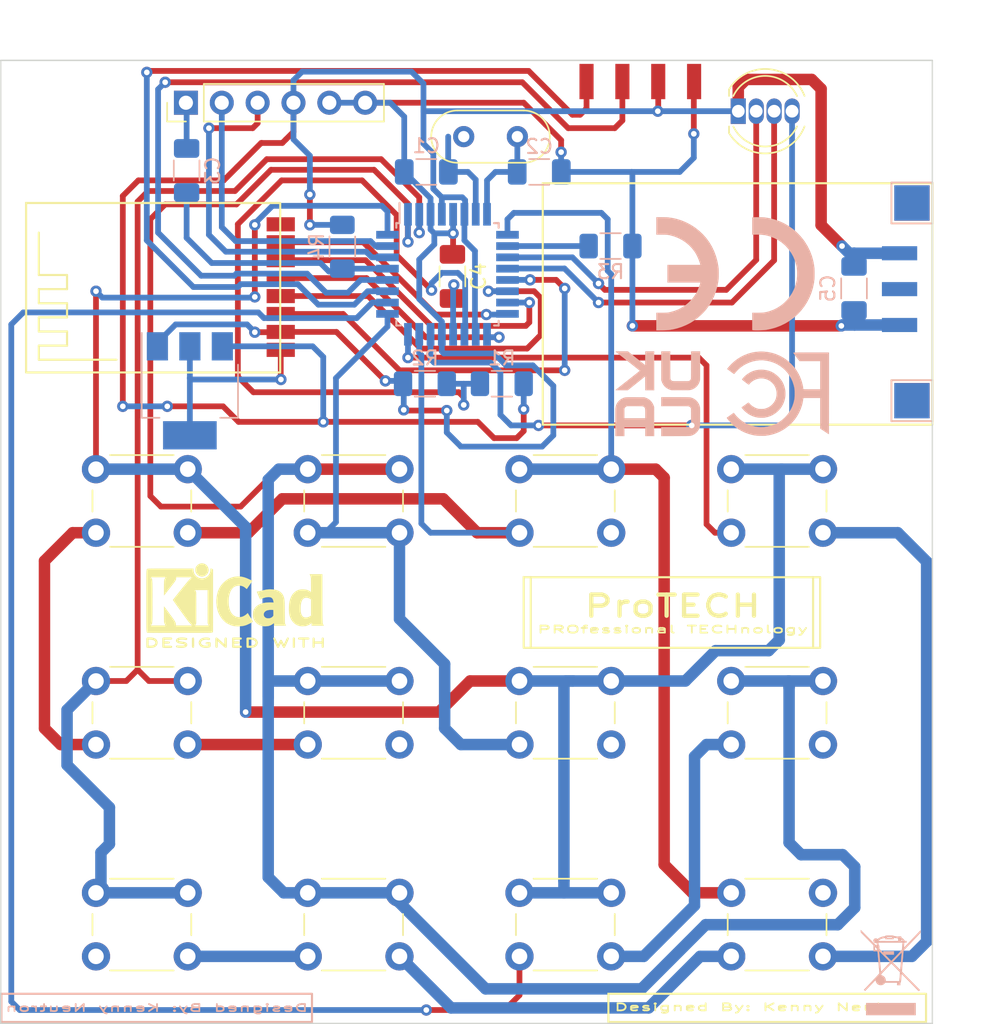
<source format=kicad_pcb>
(kicad_pcb (version 20211014) (generator pcbnew)
  (layers (0 "F.Cu" signal) (31 "B.Cu" signal) (34 "B.Paste" user) (35 "F.Paste" user) (36 "B.SilkS" user "B.Silkscreen") (37 "F.SilkS" user "F.Silkscreen") (38 "B.Mask" user) (39 "F.Mask" user) (44 "Edge.Cuts" user))
  (net 0 "")
  (net 1 "GND")
  (net 2 "SW_C1")
  (net 3 "SW_R3")
  (net 4 "NCE")
  (net 5 "CSN")
  (net 6 "SW_R4")
  (net 7 "SW_C2")
  (net 8 "SW_C3")
  (net 9 "SW_C4")
  (net 10 "VCC")
  (net 11 "+3V3")
  (net 12 "SW_R1")
  (net 13 "SW_R2")
  (net 14 "SCK")
  (net 15 "MOSI")
  (net 16 "MISO")
  (net 17 "IRQ")
  (net 19 "LED_RGB_R")
  (net 20 "LED_RGB_G")
  (net 21 "LED_RGB_B")
  (net 22 "Net-(C1-Pad1)")
  (net 23 "DTR")
  (net 24 "Net-(C3-Pad2)")
  (net 25 "Net-(C2-Pad1)")
  (net 26 "SDA")
  (net 27 "SCL")
  (net 28 "FTDI_RX")
  (net 29 "FTDI_TX")
  (net 30 "Net-(C4-Pad2)")
  (net 31 "Net-(R1-Pad2)")
  (net 32 "Net-(J4-Pad1)")
  (footprint "MountingHole:MountingHole_4.3mm_M4_ISO7380" (layer "F.Cu") (at 113.65 112.7)
    (fp_text reference "REF**" hide)
    (fp_text value "MountingHole_4.3mm_M4_ISO7380" hide)
  )
  (footprint "MountingHole:MountingHole_4.3mm_M4_ISO7380" (layer "F.Cu") (at 142.05 97.5)
    (fp_text reference "REF**" hide)
    (fp_text value "MountingHole_4.3mm_M4_ISO7380" hide)
  )
  (footprint "Crystal:Crystal_HC52-6mm_Vertical" (layer "F.Cu") (at 146.05 64.3 180)
    (fp_text reference "Y1" hide)
    (fp_text value "Crystal" hide)
  )
  (footprint "MountingHole:MountingHole_4.3mm_M4_ISO7380" (layer "F.Cu") (at 171.25 112.6)
    (fp_text reference "REF**" hide)
    (fp_text value "MountingHole_4.3mm_M4_ISO7380" hide)
  )
  (footprint "Button_Switch_THT:SW_PUSH_6mm_H4.3mm" (layer "F.Cu") (at 146.2 117.85)
    (fp_text reference "SW13" hide)
    (fp_text value "PB4(GTOut)" hide)
  )
  (footprint "Button_Switch_THT:SW_PUSH_6mm_H4.3mm" (layer "F.Cu") (at 131.2 117.85)
    (fp_text reference "SW6" hide)
    (fp_text value "PB6(GFoul)" hide)
  )
  (footprint "Capacitor_SMD:C_1206_3216Metric_Pad1.33x1.80mm_HandSolder" (layer "F.Cu") (at 141.45 74.2 -90)
    (fp_text reference "C4")
    (fp_text value "100nF" hide)
  )
  (footprint "TestPoint:TestPoint_Pad_2.5x2.5mm" (layer "F.Cu") (at 174 69)
    (fp_text reference "REF**" hide)
    (fp_text value "TestPoint_Pad_2.5x2.5mm" hide)
  )
  (footprint "Connector_Harwin:Harwin_M20-89004xx_1x04_P2.54mm_Horizontal(2)" (layer "F.Cu") (at 154.76 54.875 90)
    (fp_text reference "J2" hide)
    (fp_text value "OLED Display" hide)
  )
  (footprint "Button_Switch_THT:SW_PUSH_6mm_H4.3mm" (layer "F.Cu") (at 146.2 87.85)
    (fp_text reference "SW4" hide)
    (fp_text value "PB13(R24)" hide)
  )
  (footprint "Button_Switch_THT:SW_PUSH_6mm_H4.3mm" (layer "F.Cu") (at 131.2 87.85)
    (fp_text reference "SW10" hide)
    (fp_text value "PB7(R14)" hide)
  )
  (footprint "Button_Switch_THT:SW_PUSH_6mm_H4.3mm" (layer "F.Cu") (at 161.2 117.85)
    (fp_text reference "SW8" hide)
    (fp_text value "PB14(StartStop)" hide)
  )
  (footprint "MountingHole:MountingHole_4.3mm_M4_ISO7380" (layer "F.Cu") (at 171.05 63)
    (fp_text reference "REF**" hide)
    (fp_text value "MountingHole_4.3mm_M4_ISO7380" hide)
  )
  (footprint "Button_Switch_THT:SW_PUSH_6mm_H4.3mm" (layer "F.Cu") (at 161.2 102.85)
    (fp_text reference "SW14" hide)
    (fp_text value "PB8(Pos)" hide)
  )
  (footprint "Button_Switch_THT:SW_PUSH_6mm_H4.3mm" (layer "F.Cu") (at 116.2 87.85)
    (fp_text reference "SW1" hide)
    (fp_text value "PB1(Shift)" hide)
  )
  (footprint "Connector_PinHeader_2.54mm:PinHeader_1x06_P2.54mm_Vertical" (layer "F.Cu") (at 122.57 61.9 90)
    (fp_text reference "J3" hide)
    (fp_text value "FTDI Programmer" hide)
  )
  (footprint "Button_Switch_THT:SW_PUSH_6mm_H4.3mm" (layer "F.Cu") (at 131.2 102.85)
    (fp_text reference "SW2" hide)
    (fp_text value "PB5(HFoul)" hide)
  )
  (footprint "MountingHole:MountingHole_4.3mm_M4_ISO7380" (layer "F.Cu") (at 113.55 63.5)
    (fp_text reference "REF**" hide)
    (fp_text value "MountingHole_4.3mm_M4_ISO7380" hide)
  )
  (footprint "Symbol:KiCad-Logo2_5mm_SilkScreen" (layer "F.Cu") (at 126.05 97.5)
    (fp_text reference "REF**" hide)
    (fp_text value "KiCad-Logo2_5mm_SilkScreen" hide)
  )
  (footprint "Button_Switch_THT:SW_PUSH_6mm_H4.3mm" (layer "F.Cu") (at 116.2 117.85)
    (fp_text reference "SW7" hide)
    (fp_text value "PB10(GScore)" hide)
  )
  (footprint "LED_THT:LED_D5.0mm-4_RGB" (layer "F.Cu") (at 161.7 62.5)
    (fp_text reference "D1" hide)
    (fp_text value "LED_ARGB" hide)
  )
  (footprint "Button_Switch_THT:SW_PUSH_6mm_H4.3mm" (layer "F.Cu") (at 116.2 102.85)
    (fp_text reference "SW3" hide)
    (fp_text value "PB9(HScore)" hide)
  )
  (footprint "Button_Switch_THT:SW_PUSH_6mm_H4.3mm" (layer "F.Cu") (at 161.2 87.85)
    (fp_text reference "SW5" hide)
    (fp_text value "PB2(Buzzer)" hide)
  )
  (footprint "TestPoint:TestPoint_Pad_2.5x2.5mm" (layer "F.Cu") (at 174 83)
    (fp_text reference "REF**" hide)
    (fp_text value "TestPoint_Pad_2.5x2.5mm" hide)
  )
  (footprint "mysensors_radios:NRF24L01-SMD" (layer "F.Cu") (at 120.5875 75 90)
    (fp_text reference "U3" hide)
    (fp_text value "NRF24L01_Breakout" hide)
  )
  (footprint "Button_Switch_THT:SW_PUSH_6mm_H4.3mm" (layer "F.Cu") (at 146.2 102.85)
    (fp_text reference "SW9" hide)
    (fp_text value "PB3(HTOut)" hide)
  )
  (footprint "Symbol:WEEE-Logo_4.2x6mm_SilkScreen" (layer "B.Cu") (at 172.5 123.5 180)
    (fp_text reference "REF**" hide)
    (fp_text value "WEEE-Logo_4.2x6mm_SilkScreen" hide)
  )
  (footprint "Symbol:FCC-Logo_7.3x6mm_SilkScreen" (layer "B.Cu") (at 164.5 82.5 180)
    (fp_text reference "REF**" hide)
    (fp_text value "FCC-Logo_7.3x6mm_SilkScreen" hide)
  )
  (footprint "Package_QFP:TQFP-32_7x7mm_P0.8mm" (layer "B.Cu") (at 141.1 74.05 -90)
    (fp_text reference "U1" hide)
    (fp_text value "ATmega328P-A" hide)
  )
  (footprint "Resistor_SMD:R_1206_3216Metric_Pad1.30x1.75mm_HandSolder" (layer "B.Cu") (at 152.65 72.05)
    (fp_text reference "R3")
    (fp_text value "1K" hide)
  )
  (footprint "Resistor_SMD:R_1206_3216Metric_Pad1.30x1.75mm_HandSolder" (layer "B.Cu") (at 144.95 81.8 180)
    (fp_text reference "R1")
    (fp_text value "330R" hide)
  )
  (footprint "Package_TO_SOT_SMD:SOT-223-3_TabPin2" (layer "B.Cu") (at 122.85 82.3 -90)
    (fp_text reference "U2" hide)
    (fp_text value "AMS1117-3.3" hide)
  )
  (footprint "TestPoint:TestPoint_Pad_2.5x2.5mm" (layer "B.Cu") (at 174 83 180)
    (fp_text reference "REF**" hide)
    (fp_text value "TestPoint_Pad_2.5x2.5mm" hide)
  )
  (footprint "Capacitor_SMD:C_1206_3216Metric_Pad1.33x1.80mm_HandSolder" (layer "B.Cu") (at 122.62 66.7 90)
    (fp_text reference "C3")
    (fp_text value "100nF")
  )
  (footprint "Capacitor_SMD:C_1206_3216Metric_Pad1.33x1.80mm_HandSolder" (layer "B.Cu") (at 139.6 66.8 180)
    (fp_text reference "C1")
    (fp_text value "22pF" hide)
  )
  (footprint "Resistor_SMD:R_1206_3216Metric_Pad1.30x1.75mm_HandSolder" (layer "B.Cu") (at 139.5 81.8 180)
    (fp_text reference "R2")
    (fp_text value "100R" hide)
  )
  (footprint "Capacitor_SMD:C_1206_3216Metric_Pad1.33x1.80mm_HandSolder" (layer "B.Cu") (at 169.9 75.05 -90)
    (fp_text reference "C5")
    (fp_text value "100nF" hide)
  )
  (footprint "TestPoint:TestPoint_Pad_2.5x2.5mm" (layer "B.Cu") (at 174 69 180)
    (fp_text reference "REF**" hide)
    (fp_text value "TestPoint_Pad_2.5x2.5mm" hide)
  )
  (footprint "Capacitor_SMD:C_1206_3216Metric_Pad1.33x1.80mm_HandSolder" (layer "B.Cu") (at 147.6 66.8)
    (fp_text reference "C2")
    (fp_text value "22pF" hide)
  )
  (footprint "Symbol:UKCA-Logo_6x6mm_SilkScreen" (layer "B.Cu") (at 156 82.5 180)
    (fp_text reference "REF**" hide)
    (fp_text value "UKCA-Logo_6x6mm_SilkScreen" hide)
  )
  (footprint "Connector_Harwin:Harwin_M20-89003xx_1x03_P2.54mm_Horizontal" (layer "B.Cu") (at 178.65 75.1)
    (fp_text reference "J1" hide)
    (fp_text value "Battery+Switch" hide)
  )
  (footprint "Resistor_SMD:R_1206_3216Metric_Pad1.30x1.75mm_HandSolder" (layer "B.Cu") (at 133.65 72.1 -90)
    (fp_text reference "R4")
    (fp_text value "1K")
  )
  (footprint "Symbol:CE-Logo_11.2x8mm_SilkScreen" (layer "B.Cu") (at 161.5 74 180)
    (fp_text reference "REF**" hide)
    (fp_text value "CE-Logo_11.2x8mm_SilkScreen" hide)
  )
  (gr_rect (start 131.5 125) (end 109.5 127) (layer "B.SilkS") (width 0.15) (fill none))
  (gr_line (start 112.15 76.1) (end 112.15 75.1) (layer "F.SilkS") (width 0.15))
  (gr_line (start 112.15 80.1) (end 112.15 79.1) (layer "F.SilkS") (width 0.15))
  (gr_line (start 114.15 75.1) (end 114.15 74.1) (layer "F.SilkS") (width 0.15))
  (gr_rect (start 111.25 69) (end 129.25 81) (layer "F.SilkS") (width 0.15) (fill none))
  (gr_line (start 114.15 78.1) (end 112.15 78.1) (layer "F.SilkS") (width 0.15))
  (gr_rect (start 152.5 125) (end 175 127) (layer "F.SilkS") (width 0.15) (fill none))
  (gr_line (start 147 95.5) (end 147 100.5) (layer "F.SilkS") (width 0.15))
  (gr_line (start 114.15 79.1) (end 114.15 78.1) (layer "F.SilkS") (width 0.15))
  (gr_line (start 114.15 74.1) (end 112.15 74.1) (layer "F.SilkS") (width 0.15))
  (gr_line (start 112.15 78.1) (end 112.15 77.1) (layer "F.SilkS") (width 0.15))
  (gr_line (start 112.15 79.1) (end 114.15 79.1) (layer "F.SilkS") (width 0.15))
  (gr_rect (start 175.45 67.6) (end 147.85 84.7) (layer "F.SilkS") (width 0.15) (fill none))
  (gr_line (start 167 95.5) (end 167 100.5) (layer "F.SilkS") (width 0.15))
  (gr_line (start 112.15 77.1) (end 114.15 77.1) (layer "F.SilkS") (width 0.15))
  (gr_line (start 114.15 76.1) (end 112.15 76.1) (layer "F.SilkS") (width 0.15))
  (gr_line (start 114.15 77.1) (end 114.15 76.1) (layer "F.SilkS") (width 0.15))
  (gr_line (start 117.65 80.1) (end 112.15 80.1) (layer "F.SilkS") (width 0.15))
  (gr_line (start 112.15 75.1) (end 114.15 75.1) (layer "F.SilkS") (width 0.15))
  (gr_line (start 112.15 74.1) (end 112.15 71.1) (layer "F.SilkS") (width 0.15))
  (gr_rect (start 146.5 95.5) (end 167.5 100.5) (layer "F.SilkS") (width 0.15) (fill none))
  (gr_rect (start 175.45 127.1) (end 109.45 58.9) (layer "Edge.Cuts") (width 0.1) (fill none))
  (gr_text "Designed By: Kenny Neutron" (at 120.5 126) (layer "B.SilkS") (effects (font (size 0.5 1) (thickness 0.125)) (justify mirror)))
  (gr_text "ProTECH" (at 157.05 97.55) (layer "F.SilkS") (effects (font (size 1.5 2) (thickness 0.3))))
  (gr_text "Designed By: Kenny Neutron" (at 163.65 125.95) (layer "F.SilkS") (effects (font (size 0.5 1) (thickness 0.125))))
  (gr_text "PROfessional TECHnology" (at 157.05 99.2) (layer "F.SilkS") (effects (font (size 0.5 1) (thickness 0.125))))
  (segment (start 133.2327 78.13) (end 136.7 81.5973) (width 0.4064) (layer "F.Cu") (net 1))
  (segment (start 135.27 61.9) (end 146.5 61.9) (width 0.4064) (layer "F.Cu") (net 1))
  (segment (start 138.0473 83.6973) (end 138 83.65) (width 0.4064) (layer "F.Cu") (net 1))
  (segment (start 146.5 61.9) (end 148.05 63.45) (width 0.4064) (layer "F.Cu") (net 1))
  (segment (start 158.55 60.42) (end 158.57 60.4) (width 0.4064) (layer "F.Cu") (net 1))
  (segment (start 127.45 78.15) (end 129.2675 78.15) (width 0.4064) (layer "F.Cu") (net 1))
  (segment (start 148.05 63.45) (end 149.15 64.55) (width 0.4064) (layer "F.Cu") (net 1))
  (segment (start 169 77.7) (end 154.2 77.7) (width 0.8128) (layer "F.Cu") (net 1))
  (segment (start 158.55 64.1) (end 158.55 60.42) (width 0.4064) (layer "F.Cu") (net 1))
  (segment (start 141.4973 71.15) (end 141.4973 72.5902) (width 0.4064) (layer "F.Cu") (net 1))
  (segment (start 141.05 83.6973) (end 138.0473 83.6973) (width 0.4064) (layer "F.Cu") (net 1))
  (segment (start 141.4973 72.5902) (end 141.45 72.6375) (width 0.4064) (layer "F.Cu") (net 1))
  (segment (start 149.15 64.55) (end 149.15 65.4) (width 0.4064) (layer "F.Cu") (net 1))
  (segment (start 129.2875 78.13) (end 133.2327 78.13) (width 0.4064) (layer "F.Cu") (net 1))
  (segment (start 129.2675 78.15) (end 129.2875 78.13) (width 0.4064) (layer "F.Cu") (net 1))
  (via (at 138 83.65) (size 0.8) (drill 0.4) (layers "F.Cu" "B.Cu") (net 1))
  (via (at 149.15 65.4) (size 0.8) (drill 0.4) (layers "F.Cu" "B.Cu") (net 1))
  (via (at 158.55 64.1) (size 0.8) (drill 0.4) (layers "F.Cu" "B.Cu") (net 1))
  (via (at 141.05 83.6973) (size 0.8) (drill 0.4) (layers "F.Cu" "B.Cu") (net 1))
  (via (at 169 77.7) (size 0.8) (drill 0.4) (layers "F.Cu" "B.Cu") (net 1))
  (via (at 127.45 78.15) (size 0.8) (drill 0.4) (layers "F.Cu" "B.Cu") (net 1))
  (via (at 136.7 81.5973) (size 0.8) (drill 0.4) (layers "F.Cu" "B.Cu") (net 1))
  (via (at 141.4973 71.15) (size 0.8) (drill 0.4) (layers "F.Cu" "B.Cu") (net 1))
  (via (at 154.2 77.7) (size 0.8) (drill 0.4) (layers "F.Cu" "B.Cu") (net 1))
  (segment (start 154.2 72.05) (end 154.2 66.85) (width 0.4064) (layer "B.Cu") (net 1))
  (segment (start 139.9 69.8) (end 139.9 68.6625) (width 0.4064) (layer "B.Cu") (net 1))
  (segment (start 145.25 80.5) (end 147.148764 80.5) (width 0.4064) (layer "B.Cu") (net 1))
  (segment (start 140.7 77.4) (end 139.1 75.8) (width 0.4064) (layer "B.Cu") (net 1))
  (segment (start 147.8 86.25) (end 142.05 86.25) (width 0.4064) (layer "B.Cu") (net 1))
  (segment (start 141.5 71.1473) (end 141.4973 71.15) (width 0.4064) (layer "B.Cu") (net 1))
  (segment (start 140.8436 79.65) (end 144.4 79.65) (width 0.4064) (layer "B.Cu") (net 1))
  (segment (start 157.55 66.8) (end 158.55 65.8) (width 0.4064) (layer "B.Cu") (net 1))
  (segment (start 148.6 85.45) (end 147.8 86.25) (width 0.4064) (layer "B.Cu") (net 1))
  (segment (start 139.9 68.6625) (end 138.0375 66.8) (width 0.4064) (layer "B.Cu") (net 1))
  (segment (start 169.94 77.64) (end 169.06 77.64) (width 0.8128) (layer "B.Cu") (net 1))
  (segment (start 137.7473 81.5973) (end 137.95 81.8) (width 0.4064) (layer "B.Cu") (net 1))
  (segment (start 140.1686 71.9314) (end 140.1686 71.15) (width 0.4064) (layer "B.Cu") (net 1))
  (segment (start 173.125 77.64) (end 169.94 77.64) (width 0.8128) (layer "B.Cu") (net 1))
  (segment (start 154.2 77.7) (end 154.2 72.05) (width 0.4064) (layer "B.Cu") (net 1))
  (segment (start 154.15 66.8) (end 157.55 66.8) (width 0.4064) (layer "B.Cu") (net 1))
  (segment (start 135.27 61.9) (end 137.05 61.9) (width 0.4064) (layer "B.Cu") (net 1))
  (segment (start 138 83.65) (end 138 81.85) (width 0.4064) (layer "B.Cu") (net 1))
  (segment (start 136.7 81.5973) (end 137.7473 81.5973) (width 0.4064) (layer "B.Cu") (net 1))
  (segment (start 158.55 65.8) (end 158.55 64.1) (width 0.4064) (layer "B.Cu") (net 1))
  (segment (start 132.73 61.9) (end 135.27 61.9) (width 0.4064) (layer "B.Cu") (net 1))
  (segment (start 120.55 79.15) (end 120.55 78.8936) (width 0.4064) (layer "B.Cu") (net 1))
  (segment (start 120.55 78.8936) (end 121.8436 77.6) (width 0.4064) (layer "B.Cu") (net 1))
  (segment (start 121.8436 77.6) (end 126.9 77.6) (width 0.4064) (layer "B.Cu") (net 1))
  (segment (start 141.05 85.25) (end 141.05 83.6973) (width 0.4064) (layer "B.Cu") (net 1))
  (segment (start 140.7 79.5064) (end 140.8436 79.65) (width 0.4064) (layer "B.Cu") (net 1))
  (segment (start 149.1625 66.8) (end 154.15 66.8) (width 0.4064) (layer "B.Cu") (net 1))
  (segment (start 142.05 86.25) (end 141.05 85.25) (width 0.4064) (layer "B.Cu") (net 1))
  (segment (start 140.7 78.3) (end 140.7 77.4) (width 0.4064) (layer "B.Cu") (net 1))
  (segment (start 169.9 77.6) (end 169.94 77.64) (width 0.8128) (layer "B.Cu") (net 1))
  (segment (start 140.1686 71.15) (end 141.4973 71.15) (width 0.4064) (layer "B.Cu") (net 1))
  (segment (start 139.9 69.8) (end 139.9 70.8814) (width 0.4064) (layer "B.Cu") (net 1))
  (segment (start 147.148764 80.5) (end 148.6 81.951236) (width 0.4064) (layer "B.Cu") (net 1))
  (segment (start 169.06 77.64) (end 169 77.7) (width 0.8128) (layer "B.Cu") (net 1))
  (segment (start 154.2 66.85) (end 154.15 66.8) (width 0.4064) (layer "B.Cu") (net 1))
  (segment (start 149.15 66.7875) (end 149.1625 66.8) (width 0.4064) (layer "B.Cu") (net 1))
  (segment (start 148.6 81.951236) (end 148.6 85.45) (width 0.4064) (layer "B.Cu") (net 1))
  (segment (start 140.7 78.3) (end 140.7 79.5064) (width 0.4064) (layer "B.Cu") (net 1))
  (segment (start 138 81.85) (end 137.95 81.8) (width 0.4064) (layer "B.Cu") (net 1))
  (segment (start 169.9 76.6125) (end 169.9 77.6) (width 0.8128) (layer "B.Cu") (net 1))
  (segment (start 138.0375 62.8875) (end 138.0375 66.8) (width 0.4064) (layer "B.Cu") (net 1))
  (segment (start 137.05 61.9) (end 138.0375 62.8875) (width 0.4064) (layer "B.Cu") (net 1))
  (segment (start 139.1 75.8) (end 139.1 73) (width 0.4064) (layer "B.Cu") (net 1))
  (segment (start 139.9 70.8814) (end 140.1686 71.15) (width 0.4064) (layer "B.Cu") (net 1))
  (segment (start 139.1 73) (end 140.1686 71.9314) (width 0.4064) (layer "B.Cu") (net 1))
  (segment (start 126.9 77.6) (end 127.45 78.15) (width 0.4064) (layer "B.Cu") (net 1))
  (segment (start 144.4 79.65) (end 145.25 80.5) (width 0.4064) (layer "B.Cu") (net 1))
  (segment (start 141.5 69.8) (end 141.5 71.1473) (width 0.4064) (layer "B.Cu") (net 1))
  (segment (start 149.15 65.4) (end 149.15 66.7875) (width 0.4064) (layer "B.Cu") (net 1))
  (segment (start 113.7 107.35) (end 116.2 107.35) (width 0.8128) (layer "F.Cu") (net 2))
  (segment (start 122.7 107.35) (end 131.2 107.35) (width 0.8128) (layer "F.Cu") (net 2))
  (segment (start 140.8 89.95) (end 143.2 92.35) (width 0.8128) (layer "F.Cu") (net 2))
  (segment (start 122.7 92.35) (end 127 92.35) (width 0.8128) (layer "F.Cu") (net 2))
  (segment (start 112.55 106.2) (end 113.7 107.35) (width 0.8128) (layer "F.Cu") (net 2))
  (segment (start 127 92.35) (end 129.4 89.95) (width 0.8128) (layer "F.Cu") (net 2))
  (segment (start 143.2 92.35) (end 146.2 92.35) (width 0.8128) (layer "F.Cu") (net 2))
  (segment (start 129.4 89.95) (end 140.8 89.95) (width 0.8128) (layer "F.Cu") (net 2))
  (segment (start 112.55 94.35) (end 112.55 106.2) (width 0.8128) (layer "F.Cu") (net 2))
  (segment (start 116.2 92.35) (end 114.55 92.35) (width 0.8128) (layer "F.Cu") (net 2))
  (segment (start 114.55 92.35) (end 112.55 94.35) (width 0.8128) (layer "F.Cu") (net 2))
  (segment (start 139.1 78.3) (end 139.1 79.614103) (width 0.4064) (layer "B.Cu") (net 2))
  (segment (start 139.25 79.764103) (end 139.25 91.7) (width 0.4064) (layer "B.Cu") (net 2))
  (segment (start 139.25 91.7) (end 139.9 92.35) (width 0.4064) (layer "B.Cu") (net 2))
  (segment (start 139.1 79.614103) (end 139.25 79.764103) (width 0.4064) (layer "B.Cu") (net 2))
  (segment (start 139.9 92.35) (end 146.2 92.35) (width 0.4064) (layer "B.Cu") (net 2))
  (segment (start 126.05 68.15) (end 128.3 65.9) (width 0.4064) (layer "F.Cu") (net 3))
  (segment (start 119.15 102.05) (end 119.15 68.9) (width 0.4064) (layer "F.Cu") (net 3))
  (segment (start 119.15 102.05) (end 118.35 102.85) (width 0.4064) (layer "F.Cu") (net 3))
  (segment (start 136.4 65.9) (end 139.1 68.6) (width 0.4064) (layer "F.Cu") (net 3))
  (segment (start 119.9 68.15) (end 126.05 68.15) (width 0.4064) (layer "F.Cu") (net 3))
  (segment (start 128.3 65.9) (end 136.4 65.9) (width 0.4064) (layer "F.Cu") (net 3))
  (segment (start 119.15 68.9) (end 119.9 68.15) (width 0.4064) (layer "F.Cu") (net 3))
  (segment (start 122.7 102.85) (end 119.95 102.85) (width 0.4064) (layer "F.Cu") (net 3))
  (segment (start 118.35 102.85) (end 116.2 102.85) (width 0.4064) (layer "F.Cu") (net 3))
  (segment (start 119.95 102.85) (end 119.15 102.05) (width 0.4064) (layer "F.Cu") (net 3))
  (segment (start 139.1 68.6) (end 139.1 71.1) (width 0.4064) (layer "F.Cu") (net 3))
  (via (at 139.1 71.1) (size 0.8) (drill 0.4) (layers "F.Cu" "B.Cu") (net 3))
  (segment (start 117.15 111.8) (end 114.15 108.8) (width 0.8128) (layer "B.Cu") (net 3))
  (segment (start 114.15 108.8) (end 114.15 104.9) (width 0.8128) (layer "B.Cu") (net 3))
  (segment (start 116.55 117.5) (end 116.55 115) (width 0.8128) (layer "B.Cu") (net 3))
  (segment (start 116.2 117.85) (end 122.7 117.85) (width 0.8128) (layer "B.Cu") (net 3))
  (segment (start 114.15 104.9) (end 116.2 102.85) (width 0.8128) (layer "B.Cu") (net 3))
  (segment (start 139.1 71.1) (end 139.1 69.8) (width 0.4064) (layer "B.Cu") (net 3))
  (segment (start 116.55 115) (end 117.15 114.4) (width 0.8128) (layer "B.Cu") (net 3))
  (segment (start 116.2 117.85) (end 116.55 117.5) (width 0.8128) (layer "B.Cu") (net 3))
  (segment (start 117.15 114.4) (end 117.15 111.8) (width 0.8128) (layer "B.Cu") (net 3))
  (segment (start 148.7968 74.4441) (end 146.95 74.4441) (width 0.4064) (layer "F.Cu") (net 4))
  (segment (start 129.2875 76.86) (end 133.71 76.86) (width 0.4064) (layer "F.Cu") (net 4))
  (segment (start 149.4027 75.05) (end 148.7968 74.4441) (width 0.4064) (layer "F.Cu") (net 4))
  (segment (start 133.71 76.86) (end 137.7 80.85) (width 0.4064) (layer "F.Cu") (net 4))
  (segment (start 137.7 80.85) (end 149.4027 80.85) (width 0.4064) (layer "F.Cu") (net 4))
  (via (at 149.4027 75.05) (size 0.8) (drill 0.4) (layers "F.Cu" "B.Cu") (net 4))
  (via (at 149.4027 80.85) (size 0.8) (drill 0.4) (layers "F.Cu" "B.Cu") (net 4))
  (via (at 146.95 74.4441) (size 0.8) (drill 0.4) (layers "F.Cu" "B.Cu") (net 4))
  (segment (start 149.4027 80.85) (end 149.4027 75.05) (width 0.4064) (layer "B.Cu") (net 4))
  (segment (start 145.3559 74.4441) (end 145.35 74.45) (width 0.4064) (layer "B.Cu") (net 4))
  (segment (start 146.95 74.4441) (end 145.3559 74.4441) (width 0.4064) (layer "B.Cu") (net 4))
  (segment (start 147.55 78.5) (end 147.7032 78.3468) (width 0.4064) (layer "F.Cu") (net 5))
  (segment (start 139.20152 79.3091) (end 146.7409 79.3091) (width 0.4064) (layer "F.Cu") (net 5))
  (segment (start 146.7409 79.3091) (end 147.55 78.5) (width 0.4064) (layer "F.Cu") (net 5))
  (segment (start 147.232697 75.2468) (end 144.0032 75.2468) (width 0.4064) (layer "F.Cu") (net 5))
  (segment (start 147.7032 78.3468) (end 147.7032 75.717303) (width 0.4064) (layer "F.Cu") (net 5))
  (segment (start 144.0032 75.2468) (end 144 75.25) (width 0.4064) (layer "F.Cu") (net 5))
  (segment (start 147.7032 75.717303) (end 147.232697 75.2468) (width 0.4064) (layer "F.Cu") (net 5))
  (segment (start 135.48242 75.59) (end 139.20152 79.3091) (width 0.4064) (layer "F.Cu") (net 5))
  (segment (start 129.2875 75.59) (end 135.48242 75.59) (width 0.4064) (layer "F.Cu") (net 5))
  (via (at 144 75.25) (size 0.8) (drill 0.4) (layers "F.Cu" "B.Cu") (net 5))
  (segment (start 144 75.25) (end 145.35 75.25) (width 0.4064) (layer "B.Cu") (net 5))
  (segment (start 155.85 87.85) (end 152.7 87.85) (width 0.8128) (layer "F.Cu") (net 6))
  (segment (start 156.45 88.45) (end 155.85 87.85) (width 0.8128) (layer "F.Cu") (net 6))
  (segment (start 156.45 115.85) (end 156.45 88.45) (width 0.8128) (layer "F.Cu") (net 6))
  (segment (start 161.2 117.85) (end 158.45 117.85) (width 0.8128) (layer "F.Cu") (net 6))
  (segment (start 158.45 117.85) (end 156.45 115.85) (width 0.8128) (layer "F.Cu") (net 6))
  (segment (start 145.35 70.15) (end 145.8 69.7) (width 0.4064) (layer "B.Cu") (net 6))
  (segment (start 152.7 74.05) (end 152.7 87.85) (width 0.4064) (layer "B.Cu") (net 6))
  (segment (start 145.8 69.7) (end 152 69.7) (width 0.4064) (layer "B.Cu") (net 6))
  (segment (start 152.45 73.8) (end 152.7 74.05) (width 0.4064) (layer "B.Cu") (net 6))
  (segment (start 152.7 87.85) (end 146.2 87.85) (width 0.8128) (layer "B.Cu") (net 6))
  (segment (start 145.35 71.25) (end 145.35 70.15) (width 0.4064) (layer "B.Cu") (net 6))
  (segment (start 152.45 70.15) (end 152.45 73.8) (width 0.4064) (layer "B.Cu") (net 6))
  (segment (start 152 69.7) (end 152.45 70.15) (width 0.4064) (layer "B.Cu") (net 6))
  (segment (start 160.05 92.35) (end 161.2 92.35) (width 0.4064) (layer "F.Cu") (net 7))
  (segment (start 159.45 91.75) (end 160.05 92.35) (width 0.4064) (layer "F.Cu") (net 7))
  (segment (start 158.9 79.95) (end 159.45 80.5) (width 0.4064) (layer "F.Cu") (net 7))
  (segment (start 138.3 79.95) (end 158.9 79.95) (width 0.4064) (layer "F.Cu") (net 7))
  (segment (start 159.45 80.5) (end 159.45 91.75) (width 0.4064) (layer "F.Cu") (net 7))
  (via (at 138.3 79.95) (size 0.8) (drill 0.4) (layers "F.Cu" "B.Cu") (net 7))
  (segment (start 141.35 126) (end 155.35 126) (width 0.8128) (layer "B.Cu") (net 7))
  (segment (start 175.0436 121.3064) (end 174 122.35) (width 0.8128) (layer "B.Cu") (net 7))
  (segment (start 159 122.35) (end 161.2 122.35) (width 0.8128) (layer "B.Cu") (net 7))
  (segment (start 138.3 78.3) (end 138.3 79.95) (width 0.4064) (layer "B.Cu") (net 7))
  (segment (start 122.7 122.35) (end 131.2 122.35) (width 0.8128) (layer "B.Cu") (net 7))
  (segment (start 155.35 126) (end 159 122.35) (width 0.8128) (layer "B.Cu") (net 7))
  (segment (start 173 92.35) (end 175.0436 94.3936) (width 0.8128) (layer "B.Cu") (net 7))
  (segment (start 167.7 92.35) (end 173 92.35) (width 0.8128) (layer "B.Cu") (net 7))
  (segment (start 174 122.35) (end 167.7 122.35) (width 0.8128) (layer "B.Cu") (net 7))
  (segment (start 175.0436 94.3936) (end 175.0436 121.3064) (width 0.8128) (layer "B.Cu") (net 7))
  (segment (start 137.7 122.35) (end 141.35 126) (width 0.8128) (layer "B.Cu") (net 7))
  (segment (start 136.85 77.75) (end 133.2 81.4) (width 0.4064) (layer "B.Cu") (net 8))
  (segment (start 137.7 92.35) (end 131.2 92.35) (width 0.8128) (layer "B.Cu") (net 8))
  (segment (start 133.2 91.6) (end 132.45 92.35) (width 0.4064) (layer "B.Cu") (net 8))
  (segment (start 142.05 107.35) (end 146.2 107.35) (width 0.8128) (layer "B.Cu") (net 8))
  (segment (start 140.9 101.65) (end 140.9 106.2) (width 0.8128) (layer "B.Cu") (net 8))
  (segment (start 132.45 92.35) (end 131.2 92.35) (width 0.4064) (layer "B.Cu") (net 8))
  (segment (start 133.2 81.4) (end 133.2 91.6) (width 0.4064) (layer "B.Cu") (net 8))
  (segment (start 136.85 76.85) (end 136.85 77.75) (width 0.4064) (layer "B.Cu") (net 8))
  (segment (start 137.7 98.45) (end 140.9 101.65) (width 0.8128) (layer "B.Cu") (net 8))
  (segment (start 137.7 92.35) (end 137.7 98.45) (width 0.8128) (layer "B.Cu") (net 8))
  (segment (start 140.9 106.2) (end 142.05 107.35) (width 0.8128) (layer "B.Cu") (net 8))
  (segment (start 145.15 126.15) (end 146.2 125.1) (width 0.4064) (layer "F.Cu") (net 9))
  (segment (start 146.2 125.1) (end 146.2 122.35) (width 0.4064) (layer "F.Cu") (net 9))
  (segment (start 139.6 126.15) (end 145.15 126.15) (width 0.4064) (layer "F.Cu") (net 9))
  (via (at 139.6 126.15) (size 0.8) (drill 0.4) (layers "F.Cu" "B.Cu") (net 9))
  (segment (start 110.2 77.6) (end 110.2 125.55) (width 0.4064) (layer "B.Cu") (net 9))
  (segment (start 135.7686 76.05) (end 134.6686 77.15) (width 0.4064) (layer "B.Cu") (net 9))
  (segment (start 158.6 108.2) (end 159.45 107.35) (width 0.8128) (layer "B.Cu") (net 9))
  (segment (start 136.85 76.05) (end 135.7686 76.05) (width 0.4064) (layer "B.Cu") (net 9))
  (segment (start 134.6686 77.15) (end 128.1 77.15) (width 0.4064) (layer "B.Cu") (net 9))
  (segment (start 128.1 77.15) (end 127.7 76.75) (width 0.4064) (layer "B.Cu") (net 9))
  (segment (start 110.8 126.15) (end 139.6 126.15) (width 0.4064) (layer "B.Cu") (net 9))
  (segment (start 110.2 125.55) (end 110.8 126.15) (width 0.4064) (layer "B.Cu") (net 9))
  (segment (start 159.45 107.35) (end 161.2 107.35) (width 0.8128) (layer "B.Cu") (net 9))
  (segment (start 111.05 76.75) (end 110.2 77.6) (width 0.4064) (layer "B.Cu") (net 9))
  (segment (start 127.7 76.75) (end 111.05 76.75) (width 0.4064) (layer "B.Cu") (net 9))
  (segment (start 155 122.35) (end 158.6 118.75) (width 0.8128) (layer "B.Cu") (net 9))
  (segment (start 152.7 122.35) (end 155 122.35) (width 0.8128) (layer "B.Cu") (net 9))
  (segment (start 158.6 118.75) (end 158.6 108.2) (width 0.8128) (layer "B.Cu") (net 9))
  (segment (start 119.2 67.4) (end 118.1 68.5) (width 0.4064) (layer "F.Cu") (net 10))
  (segment (start 131.35 70.55) (end 131.35 68.7) (width 0.4064) (layer "F.Cu") (net 10))
  (segment (start 125.25 67.4) (end 119.2 67.4) (width 0.4064) (layer "F.Cu") (net 10))
  (segment (start 146.5 85.15) (end 146.5 83.6) (width 0.4064) (layer "F.Cu") (net 10))
  (segment (start 130.19 63.96) (end 129.65 64.5) (width 0.4064) (layer "F.Cu") (net 10))
  (segment (start 127.9 64.75) (end 126.2 66.45) (width 0.4064) (layer "F.Cu") (net 10))
  (segment (start 167.569541 70.569541) (end 167.569541 60.919541) (width 0.8128) (layer "F.Cu") (net 10))
  (segment (start 121.25 83.4) (end 125.2 83.4) (width 0.4064) (layer "F.Cu") (net 10))
  (segment (start 132.3 84.5) (end 143.25 84.5) (width 0.4064) (layer "F.Cu") (net 10))
  (segment (start 144.4 85.65) (end 146 85.65) (width 0.4064) (layer "F.Cu") (net 10))
  (segment (start 143.25 84.5) (end 144.4 85.65) (width 0.4064) (layer "F.Cu") (net 10))
  (segment (start 126.3 84.5) (end 132.3 84.5) (width 0.4064) (layer "F.Cu") (net 10))
  (segment (start 146 85.65) (end 146.5 85.15) (width 0.4064) (layer "F.Cu") (net 10))
  (segment (start 166.9 60.25) (end 162.25 60.25) (width 0.8128) (layer "F.Cu") (net 10))
  (segment (start 167.569541 60.919541) (end 166.9 60.25) (width 0.8128) (layer "F.Cu") (net 10))
  (segment (start 131.35 68.7) (end 131.35 68.3973) (width 0.4064) (layer "F.Cu") (net 10))
  (segment (start 161.7 60.8) (end 161.7 62.5) (width 0.8128) (layer "F.Cu") (net 10))
  (segment (start 126.2 66.45) (end 125.25 67.4) (width 0.4064) (layer "F.Cu") (net 10))
  (segment (start 156.03 60.4) (end 156.03 62.47) (width 0.4064) (layer "F.Cu") (net 10))
  (segment (start 130.19 61.9) (end 130.19 63.96) (width 0.4064) (layer "F.Cu") (net 10))
  (segment (start 156.03 62.47) (end 156 62.5) (width 0.4064) (layer "F.Cu") (net 10))
  (segment (start 127.95 64.75) (end 127.9 64.75) (width 0.4064) (layer "F.Cu") (net 10))
  (segment (start 129.4 64.75) (end 127.95 64.75) (width 0.4064) (layer "F.Cu") (net 10))
  (segment (start 125.2 83.4) (end 126.3 84.5) (width 0.4064) (layer "F.Cu") (net 10))
  (segment (start 169.05 72.05) (end 167.569541 70.569541) (width 0.8128) (layer "F.Cu") (net 10))
  (segment (start 162.25 60.25) (end 161.7 60.8) (width 0.8128) (layer "F.Cu") (net 10))
  (segment (start 118.1 68.5) (end 118.1 83.4) (width 0.4064) (layer "F.Cu") (net 10))
  (segment (start 129.65 64.5) (end 129.4 64.75) (width 0.4064) (layer "F.Cu") (net 10))
  (via (at 132.3 84.5) (size 0.8) (drill 0.4) (layers "F.Cu" "B.Cu") (net 10))
  (via (at 131.35 68.3973) (size 0.8) (drill 0.4) (layers "F.Cu" "B.Cu") (net 10))
  (via (at 121.25 83.4) (size 0.8) (drill 0.4) (layers "F.Cu" "B.Cu") (net 10))
  (via (at 146.5 83.6) (size 0.8) (drill 0.4) (layers "F.Cu" "B.Cu") (net 10))
  (via (at 156 62.5) (size 0.8) (drill 0.4) (layers "F.Cu" "B.Cu") (net 10))
  (via (at 131.35 70.55) (size 0.8) (drill 0.4) (layers "F.Cu" "B.Cu") (net 10))
  (via (at 118.1 83.4) (size 0.8) (drill 0.4) (layers "F.Cu" "B.Cu") (net 10))
  (via (at 169.05 72.05) (size 0.8) (drill 0.4) (layers "F.Cu" "B.Cu") (net 10))
  (segment (start 140.0968 67.9968) (end 140.7 68.6) (width 0.4064) (layer "B.Cu") (net 10))
  (segment (start 125.15 79.15) (end 131.55 79.15) (width 0.4064) (layer "B.Cu") (net 10))
  (segment (start 143.0468 72.3968) (end 142.3 71.65) (width 0.4064) (layer "B.Cu") (net 10))
  (segment (start 131.55 79.15) (end 132.15 79.75) (width 0.4064) (layer "B.Cu") (net 10))
  (segment (start 118.1 83.4) (end 121.25 83.4) (width 0.4064) (layer "B.Cu") (net 10))
  (segment (start 131.35 65.65) (end 130.19 64.49) (width 0.4064) (layer "B.Cu") (net 10))
  (segment (start 130.19 64.49) (end 130.19 61.9) (width 0.4064) (layer "B.Cu") (net 10))
  (segment (start 161.7 62.5) (end 139.4 62.5) (width 0.4064) (layer "B.Cu") (net 10))
  (segment (start 142.3 71.65) (end 142.3 69.8) (width 0.4064) (layer "B.Cu") (net 10))
  (segment (start 140.7 68.6) (end 140.7 69.8) (width 0.4064) (layer "B.Cu") (net 10))
  (segment (start 142.35 69.75) (end 142.3 69.8) (width 0.4064) (layer "B.Cu") (net 10))
  (segment (start 169.56 72.56) (end 169.05 72.05) (width 0.8128) (layer "B.Cu") (net 10))
  (segment (start 130.19 61.9) (end 130.19 60.31) (width 0.4064) (layer "B.Cu") (net 10))
  (segment (start 142.35 68.8) (end 142.35 69.75) (width 0.4064) (layer "B.Cu") (net 10))
  (segment (start 169.9 73.4875) (end 169.9 72.57) (width 0.8128) (layer "B.Cu") (net 10))
  (segment (start 132.3 79.9) (end 132.3 84.5) (width 0.4064) (layer "B.Cu") (net 10))
  (segment (start 143.0468 78.2468) (end 143.0468 72.3968) (width 0.4064) (layer "B.Cu") (net 10))
  (segment (start 140.7 68.6) (end 140.7032 68.5968) (width 0.4064) (layer "B.Cu") (net 10))
  (segment (start 169.9 72.57) (end 169.91 72.56) (width 0.8128) (layer "B.Cu") (net 10))
  (segment (start 132.15 79.75) (end 132.3 79.9) (width 0.4064) (layer "B.Cu") (net 10))
  (segment (start 140.7032 68.5968) (end 142.1468 68.5968) (width 0.4064) (layer "B.Cu") (net 10))
  (segment (start 138.55 59.7) (end 139.4 60.55) (width 0.4064) (layer "B.Cu") (net 10))
  (segment (start 139.4 64.8) (end 140.0968 65.4968) (width 0.4064) (layer "B.Cu") (net 10))
  (segment (start 139.4 60.55) (end 139.4 62.5) (width 0.4064) (layer "B.Cu") (net 10))
  (segment (start 130.19 60.31) (end 130.8 59.7) (width 0.4064) (layer "B.Cu") (net 10))
  (segment (start 143.1 78.3) (end 143.0468 78.2468) (width 0.4064) (layer "B.Cu") (net 10))
  (segment (start 146.5 83.6) (end 146.5 81.8) (width 0.4064) (layer "B.Cu") (net 10))
  (segment (start 140.0968 65.4968) (end 140.0968 67.9968) (width 0.4064) (layer "B.Cu") (net 10))
  (segment (start 133.65 70.55) (end 131.35 70.55) (width 0.4064) (layer "B.Cu") (net 10))
  (segment (start 173.125 72.56) (end 169.91 72.56) (width 0.8128) (layer "B.Cu") (net 10))
  (segment (start 142.1468 68.5968) (end 142.35 68.8) (width 0.4064) (layer "B.Cu") (net 10))
  (segment (start 139.4 62.5) (end 139.4 64.8) (width 0.4064) (layer "B.Cu") (net 10))
  (segment (start 169.91 72.56) (end 169.56 72.56) (width 0.8128) (layer "B.Cu") (net 10))
  (segment (start 130.8 59.7) (end 138.55 59.7) (width 0.4064) (layer "B.Cu") (net 10))
  (segment (start 131.35 68.3973) (end 131.35 65.65) (width 0.4064) (layer "B.Cu") (net 10))
  (segment (start 129.2875 81.4875) (end 129.3 81.5) (width 0.4064) (layer "F.Cu") (net 11))
  (segment (start 129.2875 79.4) (end 129.2875 81.4875) (width 0.4064) (layer "F.Cu") (net 11))
  (via (at 129.3 81.5) (size 0.8) (drill 0.4) (layers "F.Cu" "B.Cu") (net 11))
  (segment (start 122.85 81.4) (end 122.85 79.15) (width 0.4064) (layer "B.Cu") (net 11))
  (segment (start 122.85 81.4) (end 122.85 85.45) (width 0.4064) (layer "B.Cu") (net 11))
  (segment (start 122.95 81.5) (end 122.85 81.4) (width 0.4064) (layer "B.Cu") (net 11))
  (segment (start 129.3 81.5) (end 122.95 81.5) (width 0.4064) (layer "B.Cu") (net 11))
  (segment (start 126.8 105.05) (end 140.5 105.05) (width 0.8128) (layer "F.Cu") (net 12))
  (segment (start 116.2 75.2473) (end 116.2 87.85) (width 0.4064) (layer "F.Cu") (net 12))
  (segment (start 142.7 102.85) (end 146.2 102.85) (width 0.8128) (layer "F.Cu") (net 12))
  (segment (start 140.5 105.05) (end 142.7 102.85) (width 0.8128) (layer "F.Cu") (net 12))
  (segment (start 127.45 70.55) (end 127.45 75.65) (width 0.4064) (layer "F.Cu") (net 12))
  (via (at 127.45 70.55) (size 0.8) (drill 0.4) (layers "F.Cu" "B.Cu") (net 12))
  (via (at 126.8 105.05) (size 0.8) (drill 0.4) (layers "F.Cu" "B.Cu") (net 12))
  (via (at 116.2 75.2473) (size 0.8) (drill 0.4) (layers "F.Cu" "B.Cu") (net 12))
  (via (at 127.45 75.65) (size 0.8) (drill 0.4) (layers "F.Cu" "B.Cu") (net 12))
  (segment (start 152.7 102.85) (end 150 102.85) (width 0.8128) (layer "B.Cu") (net 12))
  (segment (start 152.7 102.85) (end 157.95 102.85) (width 0.8128) (layer "B.Cu") (net 12))
  (segment (start 164.75 87.85) (end 167.7 87.85) (width 0.8128) (layer "B.Cu") (net 12))
  (segment (start 136.85 71.25) (end 136.85 69.6) (width 0.4064) (layer "B.Cu") (net 12))
  (segment (start 161.2 87.85) (end 164.75 87.85) (width 0.8128) (layer "B.Cu") (net 12))
  (segment (start 136.45 69.2) (end 128.7 69.2) (width 0.4064) (layer "B.Cu") (net 12))
  (segment (start 160.1 100.7) (end 163.85 100.7) (width 0.8128) (layer "B.Cu") (net 12))
  (segment (start 149.35 117.8) (end 149.4 117.85) (width 0.8128) (layer "B.Cu") (net 12))
  (segment (start 157.95 102.85) (end 160.1 100.7) (width 0.8128) (layer "B.Cu") (net 12))
  (segment (start 149.35 117.8) (end 149.3 117.85) (width 0.8128) (layer "B.Cu") (net 12))
  (segment (start 122.7 87.85) (end 126.8 91.95) (width 0.8128) (layer "B.Cu") (net 12))
  (segment (start 146.2 102.85) (end 150 102.85) (width 0.8128) (layer "B.Cu") (net 12))
  (segment (start 127.45 70.45) (end 127.45 70.55) (width 0.4064) (layer "B.Cu") (net 12))
  (segment (start 163.85 100.7) (end 164.6 99.95) (width 0.8128) (layer "B.Cu") (net 12))
  (segment (start 149.3 117.85) (end 146.2 117.85) (width 0.8128) (layer "B.Cu") (net 12))
  (segment (start 149.4 117.85) (end 152.7 117.85) (width 0.8128) (layer "B.Cu") (net 12))
  (segment (start 149.5 102.85) (end 149.35 103) (width 0.8128) (layer "B.Cu") (net 12))
  (segment (start 149.35 103) (end 149.35 117) (width 0.8128) (layer "B.Cu") (net 12))
  (segment (start 164.6 88) (end 164.75 87.85) (width 0.8128) (layer "B.Cu") (net 12))
  (segment (start 116.6527 75.7) (end 116.2 75.2473) (width 0.4064) (layer "B.Cu") (net 12))
  (segment (start 122.7 87.85) (end 116.2 87.85) (width 0.8128) (layer "B.Cu") (net 12))
  (segment (start 164.6 99.95) (end 164.6 88) (width 0.8128) (layer "B.Cu") (net 12))
  (segment (start 127.4 75.7) (end 116.6527 75.7) (width 0.4064) (layer "B.Cu") (net 12))
  (segment (start 149.35 117) (end 149.35 117.8) (width 0.8128) (layer "B.Cu") (net 12))
  (segment (start 127.45 75.65) (end 127.4 75.7) (width 0.4064) (layer "B.Cu") (net 12))
  (segment (start 128.7 69.2) (end 127.45 70.45) (width 0.4064) (layer "B.Cu") (net 12))
  (segment (start 126.8 91.95) (end 126.8 105.05) (width 0.8128) (layer "B.Cu") (net 12))
  (segment (start 136.85 69.6) (end 136.45 69.2) (width 0.4064) (layer "B.Cu") (net 12))
  (segment (start 150 102.85) (end 149.5 102.85) (width 0.8128) (layer "B.Cu") (net 12))
  (segment (start 120.8 90.5) (end 126.45 90.5) (width 0.4064) (layer "F.Cu") (net 13))
  (segment (start 138.2968 71.7468) (end 138.2968 69.0468) (width 0.4064) (layer "F.Cu") (net 13))
  (segment (start 120.05 70.15) (end 120.05 89.75) (width 0.4064) (layer "F.Cu") (net 13))
  (segment (start 137.7 87.85) (end 131.2 87.85) (width 0.8128) (layer "F.Cu") (net 13))
  (segment (start 135.9 66.65) (end 128.6 66.65) (width 0.4064) (layer "F.Cu") (net 13))
  (segment (start 120.05 89.75) (end 120.8 90.5) (width 0.4064) (layer "F.Cu") (net 13))
  (segment (start 126.15 69.1) (end 121.1 69.1) (width 0.4064) (layer "F.Cu") (net 13))
  (segment (start 128.6 66.65) (end 126.15 69.1) (width 0.4064) (layer "F.Cu") (net 13))
  (segment (start 138.2968 69.0468) (end 135.9 66.65) (width 0.4064) (layer "F.Cu") (net 13))
  (segment (start 138.3 71.75) (end 138.2968 71.7468) (width 0.4064) (layer "F.Cu") (net 13))
  (segment (start 126.45 90.5) (end 129.1 87.85) (width 0.4064) (layer "F.Cu") (net 13))
  (segment (start 121.1 69.1) (end 120.05 70.15) (width 0.4064) (layer "F.Cu") (net 13))
  (segment (start 129.1 87.85) (end 131.2 87.85) (width 0.4064) (layer "F.Cu") (net 13))
  (via (at 138.3 71.75) (size 0.8) (drill 0.4) (layers "F.Cu" "B.Cu") (net 13))
  (segment (start 137.7 117.85) (end 137.7 118.55) (width 0.8128) (layer "B.Cu") (net 13))
  (segment (start 137.7 118.55) (end 143.8 124.65) (width 0.8128) (layer "B.Cu") (net 13))
  (segment (start 131.2 87.85) (end 129.15 87.85) (width 0.8128) (layer "B.Cu") (net 13))
  (segment (start 166.15 115.15) (end 165.3 114.3) (width 0.8128) (layer "B.Cu") (net 13))
  (segment (start 165.25 102.85) (end 161.2 102.85) (width 0.8128) (layer "B.Cu") (net 13))
  (segment (start 138.3 69.8) (end 138.2968 69.8032) (width 0.4064) (layer "B.Cu") (net 13))
  (segment (start 154.85 124.65) (end 159.392384 120.107616) (width 0.8128) (layer "B.Cu") (net 13))
  (segment (start 165.3 102.85) (end 167.7 102.85) (width 0.8128) (layer "B.Cu") (net 13))
  (segment (start 131.2 102.85) (end 137.7 102.85) (width 0.8128) (layer "B.Cu") (net 13))
  (segment (start 169.093599 115.15) (end 166.15 115.15) (width 0.8128) (layer "B.Cu") (net 13))
  (segment (start 138.2968 71.7468) (end 138.3 71.75) (width 0.4064) (layer "B.Cu") (net 13))
  (segment (start 131.2 117.85) (end 129.5 117.85) (width 0.8128) (layer "B.Cu") (net 13))
  (segment (start 168.742384 120.107616) (end 169.95 118.9) (width 0.8128) (layer "B.Cu") (net 13))
  (segment (start 128.4 104) (end 128.4 102.85) (width 0.8128) (layer "B.Cu") (net 13))
  (segment (start 165.3 103.3) (end 165.3 102.85) (width 0.8128) (layer "B.Cu") (net 13))
  (segment (start 128.4 116.75) (end 128.4 104) (width 0.8128) (layer "B.Cu") (net 13))
  (segment (start 129.15 87.85) (end 128.4 88.6) (width 0.8128) (layer "B.Cu") (net 13))
  (segment (start 138.2968 69.8032) (end 138.2968 71.7468) (width 0.4064) (layer "B.Cu") (net 13))
  (segment (start 128.4 88.6) (end 128.4 104) (width 0.8128) (layer "B.Cu") (net 13))
  (segment (start 165.3 102.9) (end 165.25 102.85) (width 0.8128) (layer "B.Cu") (net 13))
  (segment (start 159.392384 120.107616) (end 168.742384 120.107616) (width 0.8128) (layer "B.Cu") (net 13))
  (segment (start 128.4 102.85) (end 131.2 102.85) (width 0.8128) (layer "B.Cu") (net 13))
  (segment (start 129.5 117.85) (end 128.4 116.75) (width 0.8128) (layer "B.Cu") (net 13))
  (segment (start 143.8 124.65) (end 154.85 124.65) (width 0.8128) (layer "B.Cu") (net 13))
  (segment (start 169.95 118.9) (end 169.95 116.006401) (width 0.8128) (layer "B.Cu") (net 13))
  (segment (start 169.95 116.006401) (end 169.093599 115.15) (width 0.8128) (layer "B.Cu") (net 13))
  (segment (start 165.3 103.3) (end 165.3 102.9) (width 0.8128) (layer "B.Cu") (net 13))
  (segment (start 131.2 117.85) (end 137.7 117.85) (width 0.8128) (layer "B.Cu") (net 13))
  (segment (start 165.3 114.3) (end 165.3 103.3) (width 0.8128) (layer "B.Cu") (net 13))
  (segment (start 135.37 74.32) (end 139.5559 78.5059) (width 0.4064) (layer "F.Cu") (net 14))
  (segment (start 139.5559 78.5059) (end 144.75 78.5059) (width 0.4064) (layer "F.Cu") (net 14))
  (segment (start 129.2875 74.32) (end 135.37 74.32) (width 0.4064) (layer "F.Cu") (net 14))
  (via (at 144.75 78.5059) (size 0.8) (drill 0.4) (layers "F.Cu" "B.Cu") (net 14))
  (segment (start 144.1059 78.5059) (end 143.9 78.3) (width 0.4064) (layer "B.Cu") (net 14))
  (segment (start 144.75 78.5059) (end 144.1059 78.5059) (width 0.4064) (layer "B.Cu") (net 14))
  (segment (start 129.2875 73.05) (end 135.3 73.05) (width 0.4064) (layer "F.Cu") (net 15))
  (segment (start 146.6468 77.7032) (end 146.9 77.45) (width 0.4064) (layer "F.Cu") (net 15))
  (segment (start 139.9532 77.7032) (end 146.6468 77.7032) (width 0.4064) (layer "F.Cu") (net 15))
  (segment (start 146.9 77.45) (end 146.9 76.05) (width 0.4064) (layer "F.Cu") (net 15))
  (segment (start 135.3 73.05) (end 139.8 77.55) (width 0.4064) (layer "F.Cu") (net 15))
  (segment (start 139.8 77.55) (end 139.9532 77.7032) (width 0.4064) (layer "F.Cu") (net 15))
  (via (at 146.9 76.05) (size 0.8) (drill 0.4) (layers "F.Cu" "B.Cu") (net 15))
  (segment (start 146.9 76.05) (end 145.35 76.05) (width 0.4064) (layer "B.Cu") (net 15))
  (segment (start 129.2875 71.78) (end 135.13 71.78) (width 0.4064) (layer "F.Cu") (net 16))
  (segment (start 140.25 76.9) (end 143.85 76.9) (width 0.4064) (layer "F.Cu") (net 16))
  (segment (start 135.13 71.78) (end 140.25 76.9) (width 0.4064) (layer "F.Cu") (net 16))
  (via (at 143.85 76.9) (size 0.8) (drill 0.4) (layers "F.Cu" "B.Cu") (net 16))
  (segment (start 145.3 76.9) (end 145.35 76.85) (width 0.4064) (layer "B.Cu") (net 16))
  (segment (start 143.85 76.9) (end 145.3 76.9) (width 0.4064) (layer "B.Cu") (net 16))
  (segment (start 151.8 74.7) (end 152.25 75.15) (width 0.4064) (layer "F.Cu") (net 19))
  (segment (start 160.85 75.15) (end 162.97 73.03) (width 0.4064) (layer "F.Cu") (net 19))
  (segment (start 162.97 73.03) (end 162.97 62.5) (width 0.4064) (layer "F.Cu") (net 19))
  (segment (start 152.25 75.15) (end 160.85 75.15) (width 0.4064) (layer "F.Cu") (net 19))
  (via (at 151.8 74.7) (size 0.8) (drill 0.4) (layers "F.Cu" "B.Cu") (net 19))
  (segment (start 145.35 72.85) (end 149.95 72.85) (width 0.4064) (layer "B.Cu") (net 19))
  (segment (start 149.95 72.85) (end 151.8 74.7) (width 0.4064) (layer "B.Cu") (net 19))
  (segment (start 151.8 76.05) (end 161.25 76.05) (width 0.4064) (layer "F.Cu") (net 20))
  (segment (start 161.25 76.05) (end 164.24 73.06) (width 0.4064) (layer "F.Cu") (net 20))
  (segment (start 164.24 73.06) (end 164.24 62.5) (width 0.4064) (layer "F.Cu") (net 20))
  (via (at 151.8 76.05) (size 0.8) (drill 0.4) (layers "F.Cu" "B.Cu") (net 20))
  (segment (start 145.35 73.65) (end 145.3591 73.6409) (width 0.4064) (layer "B.Cu") (net 20))
  (segment (start 149.3909 73.6409) (end 151.8 76.05) (width 0.4064) (layer "B.Cu") (net 20))
  (segment (start 145.3591 73.6409) (end 149.3909 73.6409) (width 0.4064) (layer "B.Cu") (net 20))
  (segment (start 147.55 84.75) (end 158.4 84.75) (width 0.4064) (layer "F.Cu") (net 21))
  (via (at 158.4 84.75) (size 0.8) (drill 0.4) (layers "F.Cu" "B.Cu") (net 21))
  (via (at 147.55 84.75) (size 0.8) (drill 0.4) (layers "F.Cu" "B.Cu") (net 21))
  (segment (start 158.4 84.75) (end 164.75 84.75) (width 0.4064) (layer "B.Cu") (net 21))
  (segment (start 145.6 84.75) (end 147.55 84.75) (width 0.4064) (layer "B.Cu") (net 21))
  (segment (start 140.15 80.3) (end 144.15 80.3) (width 0.4064) (layer "B.Cu") (net 21))
  (segment (start 139.9 80.05) (end 140.15 80.3) (width 0.4064) (layer "B.Cu") (net 21))
  (segment (start 144.85 84) (end 145.5 84.65) (width 0.4064) (layer "B.Cu") (net 21))
  (segment (start 144.15 80.3) (end 144.85 81) (width 0.4064) (layer "B.Cu") (net 21))
  (segment (start 165.51 83.99) (end 165.51 62.5) (width 0.4064) (layer "B.Cu") (net 21))
  (segment (start 164.75 84.75) (end 165.51 83.99) (width 0.4064) (layer "B.Cu") (net 21))
  (segment (start 145.5 84.65) (end 145.6 84.75) (width 0.4064) (layer "B.Cu") (net 21))
  (segment (start 144.85 81) (end 144.85 84) (width 0.4064) (layer "B.Cu") (net 21))
  (segment (start 139.9 78.3) (end 139.9 80.05) (width 0.4064) (layer "B.Cu") (net 21))
  (segment (start 142.55 66.8) (end 143.1 67.35) (width 0.4064) (layer "B.Cu") (net 22))
  (segment (start 141.15 64.3) (end 141.15 66.7875) (width 0.4064) (layer "B.Cu") (net 22))
  (segment (start 143.1 67.35) (end 143.1 69.8) (width 0.4064) (layer "B.Cu") (net 22))
  (segment (start 141.1625 66.8) (end 142.55 66.8) (width 0.4064) (layer "B.Cu") (net 22))
  (segment (start 141.15 66.7875) (end 141.1625 66.8) (width 0.4064) (layer "B.Cu") (net 22))
  (segment (start 132.7 73.85) (end 133.45 73.85) (width 0.4064) (layer "B.Cu") (net 23))
  (segment (start 132.1 73.25) (end 132.7 73.85) (width 0.4064) (layer "B.Cu") (net 23))
  (segment (start 122.62 71.47) (end 124.4 73.25) (width 0.4064) (layer "B.Cu") (net 23))
  (segment (start 133.45 73.85) (end 133.65 73.65) (width 0.4064) (layer "B.Cu") (net 23))
  (segment (start 136.85 73.65) (end 133.65 73.65) (width 0.4064) (layer "B.Cu") (net 23))
  (segment (start 124.4 73.25) (end 132.1 73.25) (width 0.4064) (layer "B.Cu") (net 23))
  (segment (start 122.62 68.2625) (end 122.62 71.47) (width 0.4064) (layer "B.Cu") (net 23))
  (segment (start 122.62 65.1375) (end 122.62 61.95) (width 0.4064) (layer "B.Cu") (net 24))
  (segment (start 122.62 61.95) (end 122.57 61.9) (width 0.4064) (layer "B.Cu") (net 24))
  (segment (start 146.05 66.7875) (end 146.0375 66.8) (width 0.4064) (layer "B.Cu") (net 25))
  (segment (start 146.05 64.3) (end 146.05 66.7875) (width 0.4064) (layer "B.Cu") (net 25))
  (segment (start 144.5 66.8) (end 143.9 67.4) (width 0.4064) (layer "B.Cu") (net 25))
  (segment (start 143.9 67.4) (end 143.9 69.8) (width 0.4064) (layer "B.Cu") (net 25))
  (segment (start 146.0375 66.8) (end 144.5 66.8) (width 0.4064) (layer "B.Cu") (net 25))
  (segment (start 146.8468 59.6468) (end 149.95 62.75) (width 0.4064) (layer "F.Cu") (net 26))
  (segment (start 150.95 62.3) (end 150.95 60.4) (width 0.4064) (layer "F.Cu") (net 26))
  (segment (start 119.9032 59.6468) (end 146.8468 59.6468) (width 0.4064) (layer "F.Cu") (net 26))
  (segment (start 149.95 62.75) (end 150.5 62.75) (width 0.4064) (layer "F.Cu") (net 26))
  (segment (start 150.5 62.75) (end 150.95 62.3) (width 0.4064) (layer "F.Cu") (net 26))
  (segment (start 119.8 59.75) (end 119.9032 59.6468) (width 0.4064) (layer "F.Cu") (net 26))
  (via (at 119.8 59.75) (size 0.8) (drill 0.4) (layers "F.Cu" "B.Cu") (net 26))
  (segment (start 134.5 76.2) (end 131.95 76.2) (width 0.4064) (layer "B.Cu") (net 26))
  (segment (start 131.95 76.2) (end 130.5 74.75) (width 0.4064) (layer "B.Cu") (net 26))
  (segment (start 126.257052 74.95) (end 123.1 74.95) (width 0.4064) (layer "B.Cu") (net 26))
  (segment (start 126.457052 74.75) (end 126.257052 74.95) (width 0.4064) (layer "B.Cu") (net 26))
  (segment (start 130.5 74.75) (end 126.457052 74.75) (width 0.4064) (layer "B.Cu") (net 26))
  (segment (start 123.1 74.95) (end 119.8 71.65) (width 0.4064) (layer "B.Cu") (net 26))
  (segment (start 136.85 75.25) (end 135.45 75.25) (width 0.4064) (layer "B.Cu") (net 26))
  (segment (start 135.45 75.25) (end 134.5 76.2) (width 0.4064) (layer "B.Cu") (net 26))
  (segment (start 119.8 71.65) (end 119.8 59.75) (width 0.4064) (layer "B.Cu") (net 26))
  (segment (start 146.4 60.45) (end 149.65 63.7) (width 0.4064) (layer "F.Cu") (net 27))
  (segment (start 153.49 63.16) (end 153.49 60.4) (width 0.4064) (layer "F.Cu") (net 27))
  (segment (start 152.95 63.7) (end 153.49 63.16) (width 0.4064) (layer "F.Cu") (net 27))
  (segment (start 121.1 60.45) (end 146.4 60.45) (width 0.4064) (layer "F.Cu") (net 27))
  (segment (start 149.65 63.7) (end 152.95 63.7) (width 0.4064) (layer "F.Cu") (net 27))
  (via (at 121.1 60.45) (size 0.8) (drill 0.4) (layers "F.Cu" "B.Cu") (net 27))
  (segment (start 134.05 75.35) (end 132.5 75.35) (width 0.4064) (layer "B.Cu") (net 27))
  (segment (start 132.5 75.35) (end 131.15 74) (width 0.4064) (layer "B.Cu") (net 27))
  (segment (start 136.85 74.45) (end 134.95 74.45) (width 0.4064) (layer "B.Cu") (net 27))
  (segment (start 134.95 74.45) (end 134.05 75.35) (width 0.4064) (layer "B.Cu") (net 27))
  (segment (start 126 74.15) (end 123.65 74.15) (width 0.4064) (layer "B.Cu") (net 27))
  (segment (start 126.15 74) (end 126 74.15) (width 0.4064) (layer "B.Cu") (net 27))
  (segment (start 120.6 71.1) (end 120.6 60.95) (width 0.4064) (layer "B.Cu") (net 27))
  (segment (start 123.65 74.15) (end 120.6 71.1) (width 0.4064) (layer "B.Cu") (net 27))
  (segment (start 131.15 74) (end 126.15 74) (width 0.4064) (layer "B.Cu") (net 27))
  (segment (start 120.6 60.95) (end 121.1 60.45) (width 0.4064) (layer "B.Cu") (net 27))
  (segment (start 136.85 72.05) (end 135.9968 72.05) (width 0.4064) (layer "B.Cu") (net 28))
  (segment (start 135.6468 71.7) (end 126.1 71.7) (width 0.4064) (layer "B.Cu") (net 28))
  (segment (start 125.11 70.71) (end 125.11 61.9) (width 0.4064) (layer "B.Cu") (net 28))
  (segment (start 126.1 71.7) (end 125.11 70.71) (width 0.4064) (layer "B.Cu") (net 28))
  (segment (start 135.9968 72.05) (end 135.6468 71.7) (width 0.4064) (layer "B.Cu") (net 28))
  (segment (start 127.3 63.7) (end 127.65 63.35) (width 0.4064) (layer "F.Cu") (net 29))
  (segment (start 127.65 63.35) (end 127.65 61.9) (width 0.4064) (layer "F.Cu") (net 29))
  (segment (start 124.2 63.7) (end 127.3 63.7) (width 0.4064) (layer "F.Cu") (net 29))
  (via (at 124.2 63.7) (size 0.8) (drill 0.4) (layers "F.Cu" "B.Cu") (net 29))
  (segment (start 135.3436 72.45) (end 125.4 72.45) (width 0.4064) (layer "B.Cu") (net 29))
  (segment (start 135.7436 72.85) (end 135.3436 72.45) (width 0.4064) (layer "B.Cu") (net 29))
  (segment (start 136.85 72.85) (end 135.7436 72.85) (width 0.4064) (layer "B.Cu") (net 29))
  (segment (start 125.4 72.45) (end 124.2 71.25) (width 0.4064) (layer "B.Cu") (net 29))
  (segment (start 124.2 71.25) (end 124.2 63.7) (width 0.4064) (layer "B.Cu") (net 29))
  (segment (start 141.55 75.6625) (end 141.45 75.7625) (width 0.4064) (layer "F.Cu") (net 30))
  (segment (start 141.55 74.8) (end 141.55 75.6625) (width 0.4064) (layer "F.Cu") (net 30))
  (via (at 141.55 74.8) (size 0.8) (drill 0.4) (layers "F.Cu" "B.Cu") (net 30))
  (segment (start 141.5 78.3) (end 141.5 74.85) (width 0.4064) (layer "B.Cu") (net 30))
  (segment (start 141.5 74.85) (end 141.55 74.8) (width 0.4064) (layer "B.Cu") (net 30))
  (segment (start 127.35 82.4) (end 141.9 82.4) (width 0.4064) (layer "F.Cu") (net 31))
  (segment (start 129.35 67.4) (end 126.25 70.5) (width 0.4064) (layer "F.Cu") (net 31))
  (segment (start 141.9 82.4) (end 142.25 82.75) (width 0.4064) (layer "F.Cu") (net 31))
  (segment (start 137.4968 69.8468) (end 135.05 67.4) (width 0.4064) (layer "F.Cu") (net 31))
  (segment (start 135.05 67.4) (end 129.35 67.4) (width 0.4064) (layer "F.Cu") (net 31))
  (segment (start 137.4968 72.699449) (end 137.4968 69.8468) (width 0.4064) (layer "F.Cu") (net 31))
  (segment (start 126.25 81.3) (end 127.35 82.4) (width 0.4064) (layer "F.Cu") (net 31))
  (segment (start 126.25 70.5) (end 126.25 81.3) (width 0.4064) (layer "F.Cu") (net 31))
  (segment (start 142.25 82.75) (end 142.25 83.3) (width 0.4064) (layer "F.Cu") (net 31))
  (segment (start 139.969356 75.172005) (end 137.4968 72.699449) (width 0.4064) (layer "F.Cu") (net 31))
  (via (at 139.969356 75.172005) (size 0.8) (drill 0.4) (layers "F.Cu" "B.Cu") (net 31))
  (via (at 142.25 83.3) (size 0.8) (drill 0.4) (layers "F.Cu" "B.Cu") (net 31))
  (segment (start 140.2 74.45) (end 139.969356 74.680644) (width 0.4064) (layer "B.Cu") (net 31))
  (segment (start 141.835897 73.95) (end 140.7 73.95) (width 0.4064) (layer "B.Cu") (net 31))
  (segment (start 142.25 81.8) (end 142.25 83.3) (width 0.4064) (layer "B.Cu") (net 31))
  (segment (start 141.05 81.8) (end 142.25 81.8) (width 0.4064) (layer "B.Cu") (net 31))
  (segment (start 142.3532 74.467303) (end 141.835897 73.95) (width 0.4064) (layer "B.Cu") (net 31))
  (segment (start 139.969356 74.680644) (end 139.969356 75.172005) (width 0.4064) (layer "B.Cu") (net 31))
  (segment (start 140.7 73.95) (end 140.2 74.45) (width 0.4064) (layer "B.Cu") (net 31))
  (segment (start 142.3532 78.2468) (end 142.3532 74.467303) (width 0.4064) (layer "B.Cu") (net 31))
  (segment (start 142.3 78.3) (end 142.3532 78.2468) (width 0.4064) (layer "B.Cu") (net 31))
  (segment (start 142.25 81.8) (end 143.4 81.8) (width 0.4064) (layer "B.Cu") (net 31))
  (segment (start 145.35 72.05) (end 151.1 72.05) (width 0.4064) (layer "B.Cu") (net 32))
)
</source>
